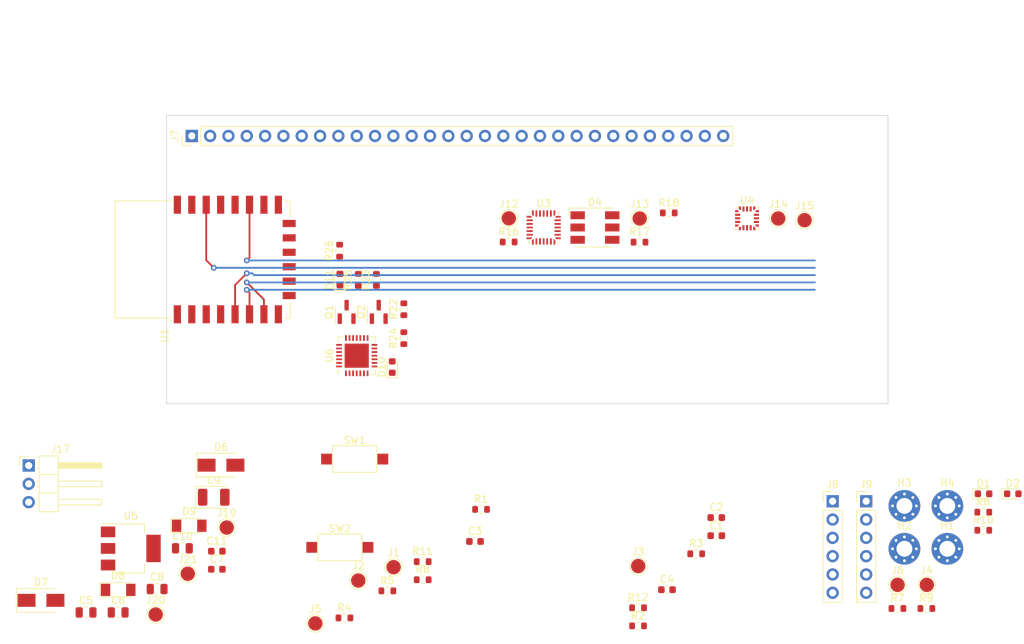
<source format=kicad_pcb>
(kicad_pcb (version 20211014) (generator pcbnew)

  (general
    (thickness 1.6)
  )

  (paper "A4")
  (layers
    (0 "F.Cu" signal)
    (31 "B.Cu" signal)
    (32 "B.Adhes" user "B.Adhesive")
    (33 "F.Adhes" user "F.Adhesive")
    (34 "B.Paste" user)
    (35 "F.Paste" user)
    (36 "B.SilkS" user "B.Silkscreen")
    (37 "F.SilkS" user "F.Silkscreen")
    (38 "B.Mask" user)
    (39 "F.Mask" user)
    (40 "Dwgs.User" user "User.Drawings")
    (41 "Cmts.User" user "User.Comments")
    (42 "Eco1.User" user "User.Eco1")
    (43 "Eco2.User" user "User.Eco2")
    (44 "Edge.Cuts" user)
    (45 "Margin" user)
    (46 "B.CrtYd" user "B.Courtyard")
    (47 "F.CrtYd" user "F.Courtyard")
    (48 "B.Fab" user)
    (49 "F.Fab" user)
    (50 "User.1" user)
    (51 "User.2" user)
    (52 "User.3" user)
    (53 "User.4" user)
    (54 "User.5" user)
    (55 "User.6" user)
    (56 "User.7" user)
    (57 "User.8" user)
    (58 "User.9" user)
  )

  (setup
    (pad_to_mask_clearance 0)
    (pcbplotparams
      (layerselection 0x00010fc_ffffffff)
      (disableapertmacros false)
      (usegerberextensions false)
      (usegerberattributes true)
      (usegerberadvancedattributes true)
      (creategerberjobfile true)
      (svguseinch false)
      (svgprecision 6)
      (excludeedgelayer true)
      (plotframeref false)
      (viasonmask false)
      (mode 1)
      (useauxorigin false)
      (hpglpennumber 1)
      (hpglpenspeed 20)
      (hpglpendiameter 15.000000)
      (dxfpolygonmode true)
      (dxfimperialunits true)
      (dxfusepcbnewfont true)
      (psnegative false)
      (psa4output false)
      (plotreference true)
      (plotvalue true)
      (plotinvisibletext false)
      (sketchpadsonfab false)
      (subtractmaskfromsilk false)
      (outputformat 1)
      (mirror false)
      (drillshape 1)
      (scaleselection 1)
      (outputdirectory "")
    )
  )

  (net 0 "")
  (net 1 "GND")
  (net 2 "SWDIO")
  (net 3 "SWCLK")
  (net 4 "SIG_R")
  (net 5 "SIG_G")
  (net 6 "SIG_B")
  (net 7 "+3V3")
  (net 8 "nRST")
  (net 9 "~{INT}")
  (net 10 "FLSH")
  (net 11 "~{BUSRST}")
  (net 12 "/Power/LDO_IN")
  (net 13 "+5V")
  (net 14 "Net-(D1-Pad2)")
  (net 15 "+12V")
  (net 16 "ADC")
  (net 17 "RXD0")
  (net 18 "TXD0")
  (net 19 "VOUT")
  (net 20 "MOSI")
  (net 21 "SCLK")
  (net 22 "MISO")
  (net 23 "CS0")
  (net 24 "SWIM")
  (net 25 "Net-(Q1-Pad1)")
  (net 26 "RTS")
  (net 27 "Net-(Q2-Pad1)")
  (net 28 "DTR")
  (net 29 "EN")
  (net 30 "unconnected-(U1-Pad4)")
  (net 31 "unconnected-(U1-Pad9)")
  (net 32 "unconnected-(U1-Pad10)")
  (net 33 "unconnected-(U1-Pad11)")
  (net 34 "unconnected-(U1-Pad12)")
  (net 35 "unconnected-(U1-Pad13)")
  (net 36 "unconnected-(U1-Pad14)")
  (net 37 "unconnected-(U3-Pad1)")
  (net 38 "unconnected-(U3-Pad2)")
  (net 39 "unconnected-(U3-Pad16)")
  (net 40 "unconnected-(U3-Pad18)")
  (net 41 "unconnected-(U3-Pad19)")
  (net 42 "unconnected-(U3-Pad28)")
  (net 43 "unconnected-(U4-Pad1)")
  (net 44 "unconnected-(U4-Pad2)")
  (net 45 "/Frontseat_stm32g031g1/LED_CLOCK")
  (net 46 "/Frontseat_stm32g031g1/PWM_2")
  (net 47 "/Frontseat_stm32g031g1/PWM_3")
  (net 48 "/Frontseat_stm32g031g1/PWM_4")
  (net 49 "/Frontseat_stm32g031g1/LED_DATA")
  (net 50 "/Frontseat_stm32g031g1/PWM_1")
  (net 51 "/Frontseat_stm32g031g1/ADC_6")
  (net 52 "/Frontseat_stm32g031g1/ADC_7")
  (net 53 "/Frontseat_stm32g031g1/INIT_{IN}")
  (net 54 "SEN_5V")
  (net 55 "SEN_12V")
  (net 56 "unconnected-(U6-Pad1)")
  (net 57 "unconnected-(U6-Pad2)")
  (net 58 "unconnected-(U6-Pad16)")
  (net 59 "Net-(D4-Pad4)")
  (net 60 "Net-(D4-Pad5)")
  (net 61 "Net-(D4-Pad6)")
  (net 62 "/USB Programmer/TXLED")
  (net 63 "Net-(D10-Pad2)")
  (net 64 "/USB Programmer/RXLED")
  (net 65 "Net-(D11-Pad2)")
  (net 66 "Net-(R24-Pad2)")
  (net 67 "unconnected-(U4-Pad14)")
  (net 68 "unconnected-(U4-Pad20)")
  (net 69 "unconnected-(U6-Pad9)")
  (net 70 "unconnected-(U6-Pad10)")
  (net 71 "unconnected-(U6-Pad11)")
  (net 72 "unconnected-(U6-Pad12)")
  (net 73 "unconnected-(U6-Pad13)")
  (net 74 "unconnected-(U6-Pad14)")
  (net 75 "unconnected-(U6-Pad15)")
  (net 76 "unconnected-(U6-Pad17)")
  (net 77 "unconnected-(U6-Pad20)")
  (net 78 "unconnected-(U6-Pad21)")
  (net 79 "unconnected-(U6-Pad22)")
  (net 80 "unconnected-(U6-Pad23)")
  (net 81 "unconnected-(U6-Pad27)")
  (net 82 "unconnected-(J8-Pad1)")
  (net 83 "unconnected-(J9-Pad5)")
  (net 84 "Net-(R9-Pad1)")
  (net 85 "Net-(J22-Pad3)")
  (net 86 "Net-(J22-Pad2)")
  (net 87 "unconnected-(J7-Pad1)")
  (net 88 "unconnected-(J7-Pad2)")
  (net 89 "unconnected-(J7-Pad3)")
  (net 90 "unconnected-(J7-Pad4)")
  (net 91 "unconnected-(J7-Pad5)")
  (net 92 "unconnected-(J7-Pad6)")
  (net 93 "unconnected-(J7-Pad7)")
  (net 94 "unconnected-(J7-Pad8)")
  (net 95 "unconnected-(J7-Pad9)")
  (net 96 "unconnected-(J7-Pad10)")
  (net 97 "unconnected-(J7-Pad11)")
  (net 98 "unconnected-(J7-Pad12)")
  (net 99 "unconnected-(J7-Pad13)")
  (net 100 "unconnected-(J7-Pad14)")
  (net 101 "unconnected-(J7-Pad15)")
  (net 102 "unconnected-(J7-Pad16)")
  (net 103 "unconnected-(J7-Pad17)")
  (net 104 "unconnected-(J7-Pad18)")
  (net 105 "unconnected-(J7-Pad19)")
  (net 106 "unconnected-(J7-Pad20)")
  (net 107 "unconnected-(J7-Pad21)")
  (net 108 "unconnected-(J7-Pad22)")
  (net 109 "unconnected-(J7-Pad23)")
  (net 110 "unconnected-(J7-Pad24)")
  (net 111 "unconnected-(J7-Pad25)")
  (net 112 "unconnected-(J7-Pad26)")
  (net 113 "unconnected-(J7-Pad27)")
  (net 114 "unconnected-(J7-Pad28)")
  (net 115 "unconnected-(J7-Pad29)")
  (net 116 "unconnected-(J7-Pad30)")
  (net 117 "/Frontseat_stm32l011f/PWM_1")
  (net 118 "/Frontseat_stm32l011f/PWM_2")
  (net 119 "/Frontseat_stm32l011f/PWM_4")
  (net 120 "/Frontseat_stm32l011f/PWM_3")
  (net 121 "/Frontseat_stm32l011f/INIT_{OUT}")
  (net 122 "/Frontseat_stm32g031g1/INIT_{OUT}")

  (footprint "Resistor_SMD:R_0603_1608Metric" (layer "F.Cu") (at 107.422 37.57))

  (footprint "Resistor_SMD:R_0603_1608Metric" (layer "F.Cu") (at 133.414 80.82))

  (footprint "Resistor_SMD:R_0603_1608Metric" (layer "F.Cu") (at 89.09 42.82 90))

  (footprint "Resistor_SMD:R_0603_1608Metric" (layer "F.Cu") (at 129.61 33.54))

  (footprint "MountingHole:MountingHole_2.2mm_M2_Pad_Via" (layer "F.Cu") (at 168.226 74.18))

  (footprint "Resistor_SMD:R_0603_1608Metric" (layer "F.Cu") (at 161.306 88.41))

  (footprint "Package_DFN_QFN:ST_UFQFPN-20_3x3mm_P0.5mm" (layer "F.Cu") (at 140.462 34.29))

  (footprint "TestPoint:TestPoint_Pad_D2.0mm" (layer "F.Cu") (at 68.344 77.18))

  (footprint "Package_TO_SOT_SMD:SOT-23" (layer "F.Cu") (at 89.41 47.27 90))

  (footprint "Resistor_SMD:R_0603_1608Metric" (layer "F.Cu") (at 95.504 84.42))

  (footprint "TestPoint:TestPoint_Pad_D2.0mm" (layer "F.Cu") (at 107.442 34.29))

  (footprint "Resistor_SMD:R_0603_1608Metric" (layer "F.Cu") (at 173.206 77.56))

  (footprint "Resistor_SMD:R_0603_1608Metric" (layer "F.Cu") (at 83.99 38.77 90))

  (footprint "Diode_SMD:D_MiniMELF" (layer "F.Cu") (at 53.294 85.83))

  (footprint "TestPoint:TestPoint_Pad_D2.0mm" (layer "F.Cu") (at 144.78 34.31))

  (footprint "Capacitor_SMD:C_0805_2012Metric" (layer "F.Cu") (at 53.294 88.96))

  (footprint "Capacitor_SMD:C_0603_1608Metric" (layer "F.Cu") (at 102.754 79.11))

  (footprint "LED_SMD:LED_RGB_5050-6" (layer "F.Cu") (at 119.38 35.56))

  (footprint "Resistor_SMD:R_0603_1608Metric" (layer "F.Cu") (at 103.594 74.66))

  (footprint "Package_DFN_QFN:QFN-28-1EP_5x5mm_P0.5mm_EP3.35x3.35mm" (layer "F.Cu") (at 86.36 53.34 90))

  (footprint "TestPoint:TestPoint_Pad_D2.0mm" (layer "F.Cu") (at 62.944 83.59))

  (footprint "Resistor_SMD:R_0603_1608Metric" (layer "F.Cu") (at 125.354 88.31))

  (footprint "Connector_PinHeader_2.54mm:PinHeader_1x03_P2.54mm_Horizontal" (layer "F.Cu") (at 40.894 68.58))

  (footprint "MountingHole:MountingHole_2.2mm_M2_Pad_Via" (layer "F.Cu") (at 162.276 80.13))

  (footprint "Button_Switch_SMD:SW_SPST_CK_RS282G05A3" (layer "F.Cu") (at 84.024 79.93))

  (footprint "Resistor_SMD:R_0603_1608Metric" (layer "F.Cu") (at 84.654 89.71))

  (footprint "TestPoint:TestPoint_Pad_D2.0mm" (layer "F.Cu") (at 91.474 82.68))

  (footprint "Package_TO_SOT_SMD:SOT-23" (layer "F.Cu") (at 84.96 47.27 90))

  (footprint "Resistor_SMD:R_0603_1608Metric" (layer "F.Cu") (at 92.89 46.9 90))

  (footprint "Resistor_SMD:R_0603_1608Metric" (layer "F.Cu") (at 86.58 42.82 90))

  (footprint "TestPoint:TestPoint_Pad_D2.0mm" (layer "F.Cu") (at 125.58 34.31))

  (footprint "TestPoint:TestPoint_Pad_D2.0mm" (layer "F.Cu") (at 165.376 85.13))

  (footprint "LED_SMD:LED_0603_1608Metric" (layer "F.Cu") (at 177.296 72.5))

  (footprint "Package_DFN_QFN:QFN-28_4x4mm_P0.5mm" (layer "F.Cu") (at 112.268 35.56))

  (footprint "Diode_SMD:D_MiniMELF" (layer "F.Cu") (at 63.144 76.93))

  (footprint "Resistor_SMD:R_0603_1608Metric" (layer "F.Cu") (at 95.504 81.91))

  (footprint "Capacitor_SMD:C_0805_2012Metric" (layer "F.Cu") (at 48.844 88.96))

  (footprint "Resistor_SMD:R_0603_1608Metric" (layer "F.Cu") (at 125.56 37.59))

  (footprint "Connector_PinHeader_2.54mm:PinHeader_1x06_P2.54mm_Vertical" (layer "F.Cu") (at 156.976 73.53))

  (footprint "MountingHole:MountingHole_2.2mm_M2_Pad_Via" (layer "F.Cu") (at 162.276 74.18))

  (footprint "TestPoint:TestPoint_Pad_D2.0mm" (layer "F.Cu") (at 125.374 82.52))

  (footprint "Connector_PinHeader_2.54mm:PinHeader_1x30_P2.54mm_Vertical" (layer "F.Cu") (at 63.5 22.86 90))

  (footprint "Diode_SMD:D_SMA" (layer "F.Cu") (at 67.544 68.53))

  (footprint "TestPoint:TestPoint_Pad_D2.0mm" (layer "F.Cu") (at 148.44 34.544))

  (footprint "TestPoint:TestPoint_Pad_D2.0mm" (layer "F.Cu") (at 161.326 85.13))

  (footprint "LED_SMD:LED_0603_1608Metric" (layer "F.Cu") (at 173.246 72.5))

  (footprint "Resistor_SMD:R_0603_1608Metric" (layer "F.Cu") (at 125.354 90.82))

  (footprint "Capacitor_SMD:C_0603_1608Metric" (layer "F.Cu") (at 66.974 80.46))

  (footprint "Capacitor_SMD:C_0603_1608Metric" (layer "F.Cu") (at 136.194 75.8))

  (footprint "Capacitor_SMD:C_0603_1608Metric" (layer "F.Cu") (at 129.364 85.8))

  (footprint "TestPoint:TestPoint_Pad_D2.0mm" (layer "F.Cu") (at 58.494 89.24))

  (footprint "TestPoint:TestPoint_Pad_D2.0mm" (layer "F.Cu") (at 80.624 90.48))

  (footprint "Capacitor_Tantalum_SMD:CP_EIA-3528-21_Kemet-B" (layer "F.Cu") (at 66.539 72.98))

  (footprint "Diode_SMD:D_SMA" (layer "F.Cu") (at 42.594 87.28))

  (footprint "LED_SMD:LED_0603_1608Metric" (layer "F.Cu") (at 84.03 42.78 90))

  (footprint "RF_Module:ESP-12E" (layer "F.Cu")
    (tedit 61FED6E0) (tstamp e61d3617-b043-4637-a3bc-9b27ba0a8229)
    (at 65 40 90)
    (descr "Wi-Fi Module, http://wiki.ai-thinker.com/_media/esp8266/docs/aithinker_esp_12f_datasheet_en.pdf")
    (tags "Wi-Fi Module")
    (property "LCSC" "-")
    (property "Sheetfile" "hw_test.kicad_sch")
    (property "Sheetname" "")
    (path "/a1b1e820-83e8-4b7d-a7f6-f9ea3f656f1c")
    (attr smd)
    (fp_text reference "U1" (at -10.56 -5.26 90) (layer "F.SilkS")
      (effects (font (size 1 1) (thickness 0.15)))
      (tstamp 998f08f0-ee49-4aeb-aad7-8db1e6dc0db5)
    )
    (fp_text value "ESP-12E" (at -0.06 -12.78 90) (layer "F.Fab")
      (effects (font (size 1 1) (thickness 0.15)))
      (tstamp 5c721c0e-0a29-47bd-87f8-c8190f43e32c)
    )
    (fp_text user "Antenna" (at -0.06 -7 90) (layer "Cmts.User")
      (effects (font (size 1 1) (thickness 0.15)))
      (tstamp af191f2f-967e-4da3-afb7-c7008a3009f5)
    )
    (fp_text user "KEEP-OUT ZONE" (at 0.03 -9.55 90) (layer "Cmts.User")
      (effects (font (size 1 1) (thickness 0.15)))
      (tstamp bd923029-c258-4f5c-8691-2f34fc390280)
    )
    (fp_text user "${REFERENCE}" (at 0.49 -0.8 90) (layer "F.Fab")
      (effects (font (size 1 1) (thickness 0.15)))
      (tstamp 57884516-575c-4556-9058-d8721a9a1f8c)
    )
    (fp_line (start -6 12.12) (end -8.12 12.12) (layer "F.SilkS") (width 0.12) (tstamp 3e868dd2-c73b-4aa6-9932-833f1a8b5cba))
    (fp_line (start -8.12 12.12) (end -8.12 11.5) (layer "F.SilkS") (width 0.12) (tstamp 5da6b2e5-3e05-4723-b169-7dac60ff09c3))
    (fp_line (start 8.12 11.5) (end 8.12 12.12) (layer "F.SilkS") (width 0.12) (tstamp 638ff3d0-f807-4640-afec-acde7b8285aa))
    (fp_line (start 8.12 12.12) (end 6 12.12) (layer "F.SilkS") (width 0.12) (tstamp b774c69d-b209-4da8-a7ab-97b1f7c6449f))
    (fp_line (start 8.12 -12.12) (end 8.12 -4.5) (layer "F.SilkS") (width 0.12) (tstamp d169c798-71bf-4ad4-b5e4-99010cc858d6))
    (fp_line (start -8.12 -4.5) (end -8.73 -4.5) (layer "F.SilkS") (width 0.12) (tstamp f2a0ddd8-3e90-4c4a-97ec-41750a4126d5))
    (fp_line (start -8.12 -4.5) (end -8.12 -12.12) (layer "F.SilkS") (width 0.12) (tstamp f3711b21-1420-4a40-8dfd-f49955a1ea69))
    (fp_line (start -8.12 -12.12) (end 8.12 -12.12) (layer "F.SilkS") (width 0.12) (tstamp fd19bfff-0265-42fa-a017-4361a1b91c76))
    (fp_line (start 9.05 13.1) (end -9.05 13.1) (layer "F.CrtYd") (width 0.05) (tstamp 33b31d8f-810a-4279-a7a7-2eaa04908afd))
    (fp_line (start 9.05 -12.2) (end 9.05 13.1) (layer "F.CrtYd") (width 0.05) (tstamp 587a62fd-70fc-49ed-beb2-c7cf43861475))
    (fp_line (start -9.05 -12.2) (end 9.05 -12.2) (layer "F.CrtYd") (width 0.05) (tstamp a8c6df46-8bb4-4c3f-85bc-c6c6b7c5b966))
    (fp_
... [54324 chars truncated]
</source>
